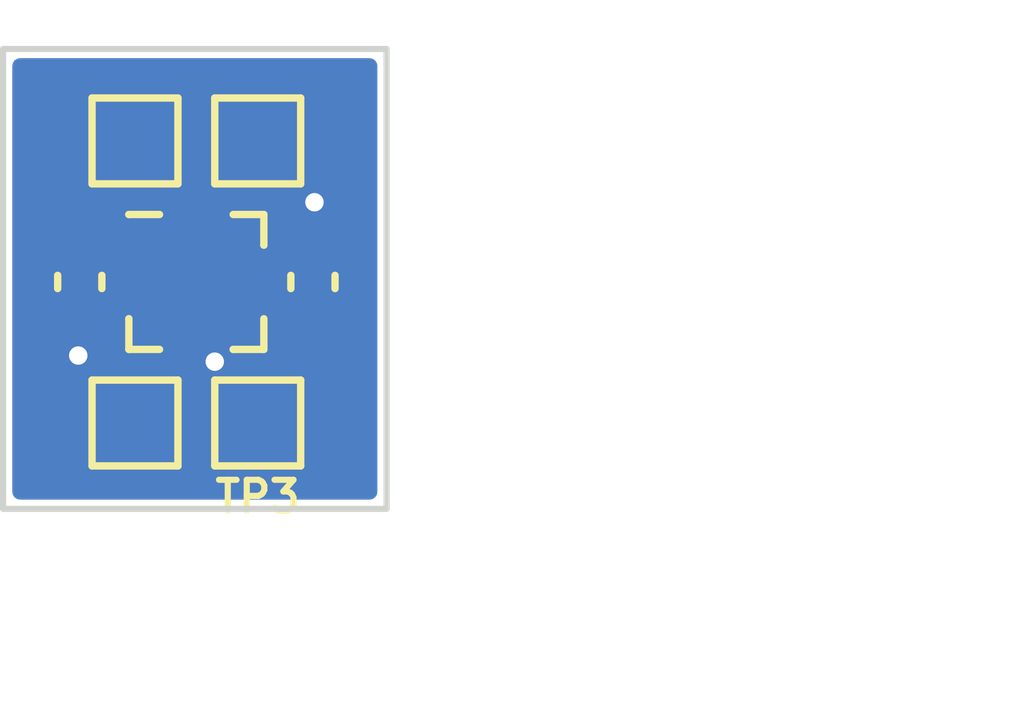
<source format=kicad_pcb>
(kicad_pcb (version 20171130) (host pcbnew "(6.0.0-rc1-dev-1546-g786ee0e)")

  (general
    (thickness 0.8)
    (drawings 4)
    (tracks 48)
    (zones 0)
    (modules 7)
    (nets 9)
  )

  (page A4)
  (layers
    (0 F.Cu signal)
    (31 B.Cu signal)
    (32 B.Adhes user)
    (33 F.Adhes user)
    (34 B.Paste user)
    (35 F.Paste user)
    (36 B.SilkS user)
    (37 F.SilkS user)
    (38 B.Mask user)
    (39 F.Mask user)
    (40 Dwgs.User user)
    (41 Cmts.User user)
    (42 Eco1.User user)
    (43 Eco2.User user)
    (44 Edge.Cuts user)
    (45 Margin user)
    (46 B.CrtYd user)
    (47 F.CrtYd user)
    (48 B.Fab user)
    (49 F.Fab user)
  )

  (setup
    (last_trace_width 0.15)
    (user_trace_width 0.15)
    (user_trace_width 0.2)
    (user_trace_width 0.4)
    (trace_clearance 0.2)
    (zone_clearance 0.508)
    (zone_45_only no)
    (trace_min 0.1)
    (via_size 0.8)
    (via_drill 0.4)
    (via_min_size 0.4)
    (via_min_drill 0.3)
    (user_via 0.5 0.3)
    (uvia_size 0.3)
    (uvia_drill 0.1)
    (uvias_allowed no)
    (uvia_min_size 0.2)
    (uvia_min_drill 0.1)
    (edge_width 0.05)
    (segment_width 0.2)
    (pcb_text_width 0.3)
    (pcb_text_size 1.5 1.5)
    (mod_edge_width 0.12)
    (mod_text_size 1 1)
    (mod_text_width 0.15)
    (pad_size 1.524 1.524)
    (pad_drill 0.762)
    (pad_to_mask_clearance 0.051)
    (solder_mask_min_width 0.25)
    (aux_axis_origin 0 0)
    (visible_elements FFFFFF7F)
    (pcbplotparams
      (layerselection 0x010fc_ffffffff)
      (usegerberextensions false)
      (usegerberattributes false)
      (usegerberadvancedattributes false)
      (creategerberjobfile false)
      (excludeedgelayer true)
      (linewidth 0.100000)
      (plotframeref false)
      (viasonmask false)
      (mode 1)
      (useauxorigin false)
      (hpglpennumber 1)
      (hpglpenspeed 20)
      (hpglpendiameter 15.000000)
      (psnegative false)
      (psa4output false)
      (plotreference true)
      (plotvalue true)
      (plotinvisibletext false)
      (padsonsilk false)
      (subtractmaskfromsilk false)
      (outputformat 1)
      (mirror false)
      (drillshape 0)
      (scaleselection 1)
      (outputdirectory "Gerber/"))
  )

  (net 0 "")
  (net 1 +3V3)
  (net 2 GND)
  (net 3 "Net-(C2-Pad2)")
  (net 4 "Net-(TP1-Pad1)")
  (net 5 "Net-(TP2-Pad1)")
  (net 6 "Net-(U1-Pad12)")
  (net 7 "Net-(U1-Pad11)")
  (net 8 "Net-(U1-Pad7)")

  (net_class Default "This is the default net class."
    (clearance 0.2)
    (trace_width 0.15)
    (via_dia 0.8)
    (via_drill 0.4)
    (uvia_dia 0.3)
    (uvia_drill 0.1)
    (add_net +3V3)
    (add_net GND)
    (add_net "Net-(C2-Pad2)")
    (add_net "Net-(TP1-Pad1)")
    (add_net "Net-(TP2-Pad1)")
    (add_net "Net-(U1-Pad11)")
    (add_net "Net-(U1-Pad12)")
    (add_net "Net-(U1-Pad7)")
  )

  (module Package_LGA:LGA-12_2x2mm_P0.5mm (layer F.Cu) (tedit 5A0AAFFD) (tstamp 609747F2)
    (at 148.9 59.8)
    (descr LGA12)
    (tags "lga land grid array")
    (path /6096E84B)
    (attr smd)
    (fp_text reference U1 (at 7 -3.5) (layer F.SilkS) hide
      (effects (font (size 1 1) (thickness 0.15)))
    )
    (fp_text value LSM303C (at 10 6) (layer F.Fab)
      (effects (font (size 1 1) (thickness 0.15)))
    )
    (fp_line (start -1.25 -1.25) (end 1.25 -1.25) (layer F.CrtYd) (width 0.05))
    (fp_line (start -1.25 1.25) (end -1.25 -1.25) (layer F.CrtYd) (width 0.05))
    (fp_line (start 1.25 1.25) (end -1.25 1.25) (layer F.CrtYd) (width 0.05))
    (fp_line (start 1.25 -1.25) (end 1.25 1.25) (layer F.CrtYd) (width 0.05))
    (fp_line (start -1.1 -1.1) (end -1.1 -1.1) (layer F.SilkS) (width 0.12))
    (fp_line (start -0.6 -1.1) (end -1.1 -1.1) (layer F.SilkS) (width 0.12))
    (fp_line (start -1.1 0.6) (end -1.1 0.6) (layer F.SilkS) (width 0.12))
    (fp_line (start -1.1 1.1) (end -1.1 0.6) (layer F.SilkS) (width 0.12))
    (fp_line (start -0.6 1.1) (end -1.1 1.1) (layer F.SilkS) (width 0.12))
    (fp_line (start 0.6 1.1) (end 0.6 1.1) (layer F.SilkS) (width 0.12))
    (fp_line (start 1.1 1.1) (end 0.6 1.1) (layer F.SilkS) (width 0.12))
    (fp_line (start 1.1 0.6) (end 1.1 1.1) (layer F.SilkS) (width 0.12))
    (fp_line (start 1.1 -0.6) (end 1.1 -0.6) (layer F.SilkS) (width 0.12))
    (fp_line (start 1.1 -1.1) (end 1.1 -0.6) (layer F.SilkS) (width 0.12))
    (fp_line (start 0.6 -1.1) (end 1.1 -1.1) (layer F.SilkS) (width 0.12))
    (fp_line (start -0.5 -1) (end 1 -1) (layer F.Fab) (width 0.1))
    (fp_line (start -1 -0.5) (end -0.5 -1) (layer F.Fab) (width 0.1))
    (fp_line (start -1 1) (end -1 -0.5) (layer F.Fab) (width 0.1))
    (fp_line (start 1 1) (end -1 1) (layer F.Fab) (width 0.1))
    (fp_line (start 1 -1) (end 1 1) (layer F.Fab) (width 0.1))
    (fp_text user %R (at 0 0) (layer F.Fab)
      (effects (font (size 0.5 0.5) (thickness 0.075)))
    )
    (pad 12 smd rect (at -0.25 -0.7625 90) (size 0.375 0.35) (layers F.Cu F.Paste F.Mask)
      (net 6 "Net-(U1-Pad12)"))
    (pad 11 smd rect (at 0.25 -0.7625 90) (size 0.375 0.35) (layers F.Cu F.Paste F.Mask)
      (net 7 "Net-(U1-Pad11)"))
    (pad 6 smd rect (at 0.25 0.7625 90) (size 0.375 0.35) (layers F.Cu F.Paste F.Mask)
      (net 2 GND))
    (pad 5 smd rect (at -0.25 0.7625 90) (size 0.375 0.35) (layers F.Cu F.Paste F.Mask)
      (net 3 "Net-(C2-Pad2)"))
    (pad 10 smd rect (at 0.7625 -0.75) (size 0.375 0.35) (layers F.Cu F.Paste F.Mask)
      (net 1 +3V3))
    (pad 1 smd rect (at -0.7625 -0.75) (size 0.375 0.35) (layers F.Cu F.Paste F.Mask)
      (net 5 "Net-(TP2-Pad1)"))
    (pad 7 smd rect (at 0.7625 0.75) (size 0.375 0.35) (layers F.Cu F.Paste F.Mask)
      (net 8 "Net-(U1-Pad7)"))
    (pad 4 smd rect (at -0.7625 0.75) (size 0.375 0.35) (layers F.Cu F.Paste F.Mask)
      (net 4 "Net-(TP1-Pad1)"))
    (pad 8 smd rect (at 0.7625 0.25) (size 0.375 0.35) (layers F.Cu F.Paste F.Mask)
      (net 2 GND))
    (pad 9 smd rect (at 0.7625 -0.25) (size 0.375 0.35) (layers F.Cu F.Paste F.Mask)
      (net 1 +3V3))
    (pad 3 smd rect (at -0.7625 0.25) (size 0.375 0.35) (layers F.Cu F.Paste F.Mask)
      (net 1 +3V3))
    (pad 2 smd rect (at -0.7625 -0.25) (size 0.375 0.35) (layers F.Cu F.Paste F.Mask)
      (net 1 +3V3))
    (model ${KISYS3DMOD}/Package_LGA.3dshapes/LGA-12_2x2mm_P0.5mm.wrl
      (at (xyz 0 0 0))
      (scale (xyz 1 1 1))
      (rotate (xyz 0 0 0))
    )
  )

  (module TestPoint:TestPoint_Pad_1.0x1.0mm (layer F.Cu) (tedit 5A0F774F) (tstamp 609747CD)
    (at 149.9 57.5)
    (descr "SMD rectangular pad as test Point, square 1.0mm side length")
    (tags "test point SMD pad rectangle square")
    (path /60976849)
    (attr virtual)
    (fp_text reference TP4 (at 0 -1.1) (layer F.SilkS) hide
      (effects (font (size 0.5 0.5) (thickness 0.1)))
    )
    (fp_text value GND (at 0 1.55) (layer F.Fab)
      (effects (font (size 1 1) (thickness 0.15)))
    )
    (fp_line (start 1 1) (end -1 1) (layer F.CrtYd) (width 0.05))
    (fp_line (start 1 1) (end 1 -1) (layer F.CrtYd) (width 0.05))
    (fp_line (start -1 -1) (end -1 1) (layer F.CrtYd) (width 0.05))
    (fp_line (start -1 -1) (end 1 -1) (layer F.CrtYd) (width 0.05))
    (fp_line (start -0.7 0.7) (end -0.7 -0.7) (layer F.SilkS) (width 0.12))
    (fp_line (start 0.7 0.7) (end -0.7 0.7) (layer F.SilkS) (width 0.12))
    (fp_line (start 0.7 -0.7) (end 0.7 0.7) (layer F.SilkS) (width 0.12))
    (fp_line (start -0.7 -0.7) (end 0.7 -0.7) (layer F.SilkS) (width 0.12))
    (fp_text user %R (at 0 -1.45) (layer F.Fab)
      (effects (font (size 1 1) (thickness 0.15)))
    )
    (pad 1 smd rect (at 0 0) (size 1 1) (layers F.Cu F.Mask)
      (net 2 GND))
  )

  (module TestPoint:TestPoint_Pad_1.0x1.0mm (layer F.Cu) (tedit 5A0F774F) (tstamp 609747BF)
    (at 149.9 62.1)
    (descr "SMD rectangular pad as test Point, square 1.0mm side length")
    (tags "test point SMD pad rectangle square")
    (path /60976CA5)
    (attr virtual)
    (fp_text reference TP3 (at 0 1.2) (layer F.SilkS)
      (effects (font (size 0.5 0.5) (thickness 0.1)))
    )
    (fp_text value VCC (at 0 1.55) (layer F.Fab)
      (effects (font (size 1 1) (thickness 0.15)))
    )
    (fp_line (start 1 1) (end -1 1) (layer F.CrtYd) (width 0.05))
    (fp_line (start 1 1) (end 1 -1) (layer F.CrtYd) (width 0.05))
    (fp_line (start -1 -1) (end -1 1) (layer F.CrtYd) (width 0.05))
    (fp_line (start -1 -1) (end 1 -1) (layer F.CrtYd) (width 0.05))
    (fp_line (start -0.7 0.7) (end -0.7 -0.7) (layer F.SilkS) (width 0.12))
    (fp_line (start 0.7 0.7) (end -0.7 0.7) (layer F.SilkS) (width 0.12))
    (fp_line (start 0.7 -0.7) (end 0.7 0.7) (layer F.SilkS) (width 0.12))
    (fp_line (start -0.7 -0.7) (end 0.7 -0.7) (layer F.SilkS) (width 0.12))
    (fp_text user %R (at 0 -1.45) (layer F.Fab)
      (effects (font (size 1 1) (thickness 0.15)))
    )
    (pad 1 smd rect (at 0 0) (size 1 1) (layers F.Cu F.Mask)
      (net 1 +3V3))
  )

  (module TestPoint:TestPoint_Pad_1.0x1.0mm (layer F.Cu) (tedit 5A0F774F) (tstamp 609747B1)
    (at 147.9 57.5)
    (descr "SMD rectangular pad as test Point, square 1.0mm side length")
    (tags "test point SMD pad rectangle square")
    (path /6096F0A1)
    (attr virtual)
    (fp_text reference TP2 (at 0 -1.1) (layer F.SilkS) hide
      (effects (font (size 0.5 0.5) (thickness 0.1)))
    )
    (fp_text value SCL (at 0 1.55) (layer F.Fab)
      (effects (font (size 1 1) (thickness 0.15)))
    )
    (fp_line (start 1 1) (end -1 1) (layer F.CrtYd) (width 0.05))
    (fp_line (start 1 1) (end 1 -1) (layer F.CrtYd) (width 0.05))
    (fp_line (start -1 -1) (end -1 1) (layer F.CrtYd) (width 0.05))
    (fp_line (start -1 -1) (end 1 -1) (layer F.CrtYd) (width 0.05))
    (fp_line (start -0.7 0.7) (end -0.7 -0.7) (layer F.SilkS) (width 0.12))
    (fp_line (start 0.7 0.7) (end -0.7 0.7) (layer F.SilkS) (width 0.12))
    (fp_line (start 0.7 -0.7) (end 0.7 0.7) (layer F.SilkS) (width 0.12))
    (fp_line (start -0.7 -0.7) (end 0.7 -0.7) (layer F.SilkS) (width 0.12))
    (fp_text user %R (at 0 -1.45) (layer F.Fab)
      (effects (font (size 1 1) (thickness 0.15)))
    )
    (pad 1 smd rect (at 0 0) (size 1 1) (layers F.Cu F.Mask)
      (net 5 "Net-(TP2-Pad1)"))
  )

  (module TestPoint:TestPoint_Pad_1.0x1.0mm (layer F.Cu) (tedit 5A0F774F) (tstamp 609747A3)
    (at 147.9 62.1)
    (descr "SMD rectangular pad as test Point, square 1.0mm side length")
    (tags "test point SMD pad rectangle square")
    (path /609733E4)
    (attr virtual)
    (fp_text reference TP1 (at 0 1.2) (layer F.SilkS) hide
      (effects (font (size 0.5 0.5) (thickness 0.1)))
    )
    (fp_text value SDA (at 0 1.55) (layer F.Fab)
      (effects (font (size 1 1) (thickness 0.15)))
    )
    (fp_line (start 1 1) (end -1 1) (layer F.CrtYd) (width 0.05))
    (fp_line (start 1 1) (end 1 -1) (layer F.CrtYd) (width 0.05))
    (fp_line (start -1 -1) (end -1 1) (layer F.CrtYd) (width 0.05))
    (fp_line (start -1 -1) (end 1 -1) (layer F.CrtYd) (width 0.05))
    (fp_line (start -0.7 0.7) (end -0.7 -0.7) (layer F.SilkS) (width 0.12))
    (fp_line (start 0.7 0.7) (end -0.7 0.7) (layer F.SilkS) (width 0.12))
    (fp_line (start 0.7 -0.7) (end 0.7 0.7) (layer F.SilkS) (width 0.12))
    (fp_line (start -0.7 -0.7) (end 0.7 -0.7) (layer F.SilkS) (width 0.12))
    (fp_text user %R (at 0 -1.45) (layer F.Fab)
      (effects (font (size 1 1) (thickness 0.15)))
    )
    (pad 1 smd rect (at 0 0) (size 1 1) (layers F.Cu F.Mask)
      (net 4 "Net-(TP1-Pad1)"))
  )

  (module Capacitor_SMD:C_0402_1005Metric (layer F.Cu) (tedit 5F68FEEE) (tstamp 60974795)
    (at 150.8 59.8 270)
    (descr "Capacitor SMD 0402 (1005 Metric), square (rectangular) end terminal, IPC_7351 nominal, (Body size source: IPC-SM-782 page 76, https://www.pcb-3d.com/wordpress/wp-content/uploads/ipc-sm-782a_amendment_1_and_2.pdf), generated with kicad-footprint-generator")
    (tags capacitor)
    (path /60973BF7)
    (attr smd)
    (fp_text reference C2 (at 0 -4.5 270) (layer F.SilkS) hide
      (effects (font (size 1 1) (thickness 0.15)))
    )
    (fp_text value 100nF (at 0 1.16 270) (layer F.Fab)
      (effects (font (size 1 1) (thickness 0.15)))
    )
    (fp_text user %R (at 0 0 270) (layer F.Fab)
      (effects (font (size 0.25 0.25) (thickness 0.04)))
    )
    (fp_line (start 0.91 0.46) (end -0.91 0.46) (layer F.CrtYd) (width 0.05))
    (fp_line (start 0.91 -0.46) (end 0.91 0.46) (layer F.CrtYd) (width 0.05))
    (fp_line (start -0.91 -0.46) (end 0.91 -0.46) (layer F.CrtYd) (width 0.05))
    (fp_line (start -0.91 0.46) (end -0.91 -0.46) (layer F.CrtYd) (width 0.05))
    (fp_line (start -0.107836 0.36) (end 0.107836 0.36) (layer F.SilkS) (width 0.12))
    (fp_line (start -0.107836 -0.36) (end 0.107836 -0.36) (layer F.SilkS) (width 0.12))
    (fp_line (start 0.5 0.25) (end -0.5 0.25) (layer F.Fab) (width 0.1))
    (fp_line (start 0.5 -0.25) (end 0.5 0.25) (layer F.Fab) (width 0.1))
    (fp_line (start -0.5 -0.25) (end 0.5 -0.25) (layer F.Fab) (width 0.1))
    (fp_line (start -0.5 0.25) (end -0.5 -0.25) (layer F.Fab) (width 0.1))
    (pad 2 smd roundrect (at 0.48 0 270) (size 0.56 0.62) (layers F.Cu F.Paste F.Mask) (roundrect_rratio 0.25)
      (net 3 "Net-(C2-Pad2)"))
    (pad 1 smd roundrect (at -0.48 0 270) (size 0.56 0.62) (layers F.Cu F.Paste F.Mask) (roundrect_rratio 0.25)
      (net 2 GND))
    (model ${KISYS3DMOD}/Capacitor_SMD.3dshapes/C_0402_1005Metric.wrl
      (at (xyz 0 0 0))
      (scale (xyz 1 1 1))
      (rotate (xyz 0 0 0))
    )
  )

  (module Capacitor_SMD:C_0402_1005Metric (layer F.Cu) (tedit 5F68FEEE) (tstamp 60974784)
    (at 147 59.8 90)
    (descr "Capacitor SMD 0402 (1005 Metric), square (rectangular) end terminal, IPC_7351 nominal, (Body size source: IPC-SM-782 page 76, https://www.pcb-3d.com/wordpress/wp-content/uploads/ipc-sm-782a_amendment_1_and_2.pdf), generated with kicad-footprint-generator")
    (tags capacitor)
    (path /609762A2)
    (attr smd)
    (fp_text reference C1 (at 0 -4.5 90) (layer F.SilkS) hide
      (effects (font (size 1 1) (thickness 0.15)))
    )
    (fp_text value DECOUPLE (at 0 1.16 90) (layer F.Fab)
      (effects (font (size 1 1) (thickness 0.15)))
    )
    (fp_text user %R (at 0 0 90) (layer F.Fab)
      (effects (font (size 0.25 0.25) (thickness 0.04)))
    )
    (fp_line (start 0.91 0.46) (end -0.91 0.46) (layer F.CrtYd) (width 0.05))
    (fp_line (start 0.91 -0.46) (end 0.91 0.46) (layer F.CrtYd) (width 0.05))
    (fp_line (start -0.91 -0.46) (end 0.91 -0.46) (layer F.CrtYd) (width 0.05))
    (fp_line (start -0.91 0.46) (end -0.91 -0.46) (layer F.CrtYd) (width 0.05))
    (fp_line (start -0.107836 0.36) (end 0.107836 0.36) (layer F.SilkS) (width 0.12))
    (fp_line (start -0.107836 -0.36) (end 0.107836 -0.36) (layer F.SilkS) (width 0.12))
    (fp_line (start 0.5 0.25) (end -0.5 0.25) (layer F.Fab) (width 0.1))
    (fp_line (start 0.5 -0.25) (end 0.5 0.25) (layer F.Fab) (width 0.1))
    (fp_line (start -0.5 -0.25) (end 0.5 -0.25) (layer F.Fab) (width 0.1))
    (fp_line (start -0.5 0.25) (end -0.5 -0.25) (layer F.Fab) (width 0.1))
    (pad 2 smd roundrect (at 0.48 0 90) (size 0.56 0.62) (layers F.Cu F.Paste F.Mask) (roundrect_rratio 0.25)
      (net 1 +3V3))
    (pad 1 smd roundrect (at -0.48 0 90) (size 0.56 0.62) (layers F.Cu F.Paste F.Mask) (roundrect_rratio 0.25)
      (net 2 GND))
    (model ${KISYS3DMOD}/Capacitor_SMD.3dshapes/C_0402_1005Metric.wrl
      (at (xyz 0 0 0))
      (scale (xyz 1 1 1))
      (rotate (xyz 0 0 0))
    )
  )

  (gr_line (start 145.75 56) (end 145.75 63.5) (layer Edge.Cuts) (width 0.1))
  (gr_line (start 152 56) (end 145.75 56) (layer Edge.Cuts) (width 0.1))
  (gr_line (start 152 63.5) (end 152 56) (layer Edge.Cuts) (width 0.1))
  (gr_line (start 145.75 63.5) (end 152 63.5) (layer Edge.Cuts) (width 0.1))

  (segment (start 147.23 59.55) (end 148.1375 59.55) (width 0.15) (layer F.Cu) (net 1))
  (segment (start 147 59.32) (end 147.23 59.55) (width 0.15) (layer F.Cu) (net 1))
  (segment (start 149.6625 59.55) (end 149.6625 59.05) (width 0.15) (layer F.Cu) (net 1))
  (segment (start 149.325 59.55) (end 148.1375 59.55) (width 0.15) (layer F.Cu) (net 1))
  (segment (start 149.6625 59.55) (end 149.325 59.55) (width 0.15) (layer F.Cu) (net 1))
  (segment (start 149.9 61.45) (end 149.9 62.1) (width 0.15) (layer F.Cu) (net 1))
  (segment (start 150.125001 59.654999) (end 150.125001 61.224999) (width 0.15) (layer F.Cu) (net 1))
  (segment (start 150.020002 59.55) (end 150.125001 59.654999) (width 0.15) (layer F.Cu) (net 1))
  (segment (start 150.125001 61.224999) (end 149.9 61.45) (width 0.15) (layer F.Cu) (net 1))
  (segment (start 149.6625 59.55) (end 150.020002 59.55) (width 0.15) (layer F.Cu) (net 1))
  (segment (start 147.234998 59.32) (end 147.714998 59.8) (width 0.5) (layer F.Cu) (net 1))
  (segment (start 147 59.32) (end 147.234998 59.32) (width 0.5) (layer F.Cu) (net 1))
  (segment (start 148.1375 59.8) (end 148.1375 60.05) (width 0.15) (layer F.Cu) (net 1))
  (segment (start 147.714998 59.8) (end 148.1375 59.8) (width 0.5) (layer F.Cu) (net 1))
  (segment (start 148.1375 59.55) (end 148.1375 59.8) (width 0.15) (layer F.Cu) (net 1))
  (segment (start 147.41 59.32) (end 147.89 59.8) (width 0.4) (layer F.Cu) (net 1))
  (segment (start 147 59.32) (end 147.41 59.32) (width 0.4) (layer F.Cu) (net 1))
  (segment (start 148.974999 59.625001) (end 149.074999 59.625001) (width 0.4) (layer F.Cu) (net 1))
  (segment (start 148.8 59.8) (end 148.974999 59.625001) (width 0.4) (layer F.Cu) (net 1))
  (segment (start 147.89 59.8) (end 148.8 59.8) (width 0.4) (layer F.Cu) (net 1))
  (segment (start 149.15 60.225) (end 149.15 60.5625) (width 0.15) (layer F.Cu) (net 2))
  (segment (start 149.325 60.05) (end 149.15 60.225) (width 0.15) (layer F.Cu) (net 2))
  (segment (start 149.6625 60.05) (end 149.325 60.05) (width 0.15) (layer F.Cu) (net 2))
  (via (at 149.2 61.1) (size 0.5) (drill 0.3) (layers F.Cu B.Cu) (net 2))
  (segment (start 149.100001 60.274999) (end 149.100001 61.03533) (width 0.15) (layer F.Cu) (net 2))
  (segment (start 149.15 60.225) (end 149.100001 60.274999) (width 0.15) (layer F.Cu) (net 2))
  (via (at 150.825 58.5) (size 0.5) (drill 0.3) (layers F.Cu B.Cu) (net 2))
  (segment (start 150.825 58.425) (end 149.9 57.5) (width 0.15) (layer F.Cu) (net 2))
  (segment (start 150.825 58.5) (end 150.825 58.425) (width 0.15) (layer F.Cu) (net 2))
  (via (at 146.975 61) (size 0.5) (drill 0.3) (layers F.Cu B.Cu) (net 2))
  (segment (start 147 60.975) (end 146.975 61) (width 0.15) (layer F.Cu) (net 2))
  (segment (start 147 60.28) (end 147 60.975) (width 0.15) (layer F.Cu) (net 2))
  (segment (start 150.8 58.525) (end 150.825 58.5) (width 0.5) (layer F.Cu) (net 2))
  (segment (start 150.8 59.32) (end 150.8 58.525) (width 0.5) (layer F.Cu) (net 2))
  (segment (start 148.65 60.9) (end 148.65 60.5625) (width 0.15) (layer F.Cu) (net 3))
  (segment (start 148.65 61.327002) (end 148.65 60.9) (width 0.15) (layer F.Cu) (net 3))
  (segment (start 148.7 61.377002) (end 148.65 61.327002) (width 0.15) (layer F.Cu) (net 3))
  (segment (start 148.7 62.395002) (end 148.7 61.377002) (width 0.15) (layer F.Cu) (net 3))
  (segment (start 149.179999 62.875001) (end 148.7 62.395002) (width 0.15) (layer F.Cu) (net 3))
  (segment (start 150.620001 62.875001) (end 149.179999 62.875001) (width 0.15) (layer F.Cu) (net 3))
  (segment (start 150.8 62.695002) (end 150.620001 62.875001) (width 0.15) (layer F.Cu) (net 3))
  (segment (start 150.8 61.189998) (end 150.82499 61.214988) (width 0.5) (layer F.Cu) (net 3))
  (segment (start 150.8 60.28) (end 150.8 61.189998) (width 0.5) (layer F.Cu) (net 3))
  (segment (start 150.82499 61.214988) (end 150.8 62.695002) (width 0.15) (layer F.Cu) (net 3))
  (segment (start 147.9 60.7875) (end 148.1375 60.55) (width 0.15) (layer F.Cu) (net 4))
  (segment (start 147.9 62.1) (end 147.9 60.7875) (width 0.15) (layer F.Cu) (net 4))
  (segment (start 147.9 58.8125) (end 148.1375 59.05) (width 0.15) (layer F.Cu) (net 5))
  (segment (start 147.9 57.5) (end 147.9 58.8125) (width 0.15) (layer F.Cu) (net 5))

  (zone (net 2) (net_name GND) (layer B.Cu) (tstamp 60A4375C) (hatch edge 0.508)
    (connect_pads (clearance 0.1))
    (min_thickness 0.254)
    (fill yes (arc_segments 32) (thermal_gap 0.508) (thermal_bridge_width 0.508))
    (polygon
      (pts
        (xy 145.75 56) (xy 145.75 63.5) (xy 152 63.5) (xy 152 56)
      )
    )
    (filled_polygon
      (pts
        (xy 151.723 63.223) (xy 146.027 63.223) (xy 146.027 56.277) (xy 151.723001 56.277)
      )
    )
  )
)

</source>
